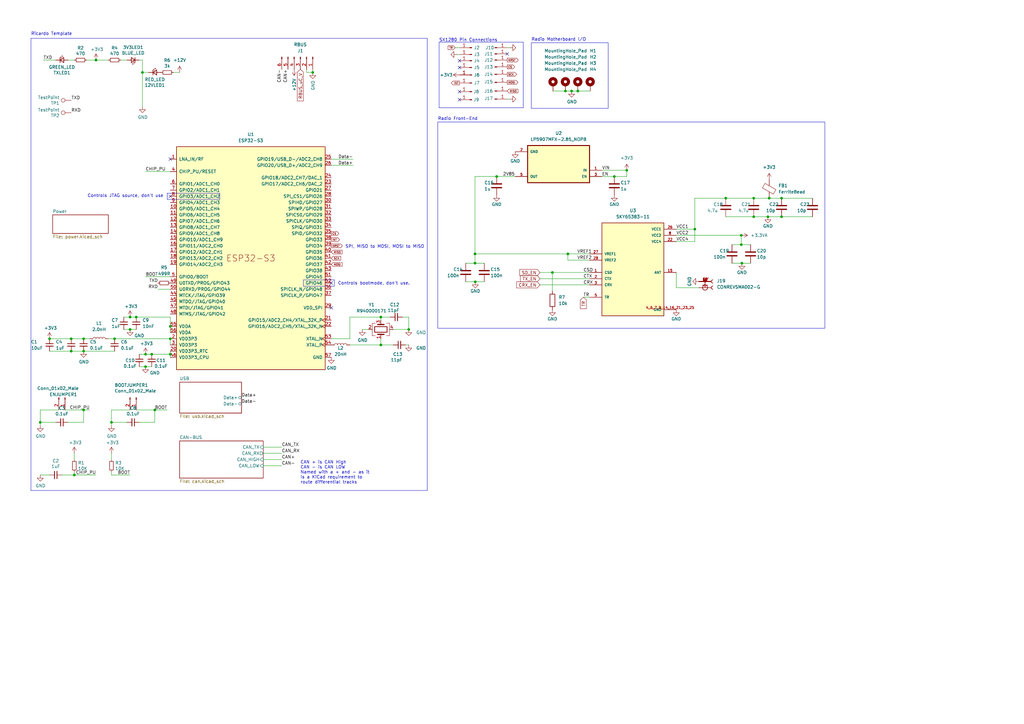
<source format=kicad_sch>
(kicad_sch (version 20230121) (generator eeschema)
  (paper "A3")
  (lib_symbols
    (symbol "CONREVSMA002-G:CONREVSMA002-G" (pin_names (offset 1.016))
      (property "Reference" "J" (at -3.81 1.524 0))
      (property "Value" "CONREVSMA002-G" (at -4.064 -6.858 0))
      (symbol "CONREVSMA002-G_0_0"
        (pin passive line (at 2.54 0 180) (length 5.08) (name "~") (number "1"))
        (pin passive line (at 2.54 -2.54 180) (length 5.08) (name "~") (number "S1"))
        (pin passive line (at 2.54 -2.54 180) (length 5.08) (name "~") (number "S2"))
        (pin passive line (at 2.54 -2.54 180) (length 5.08) (name "~") (number "S3"))
        (pin passive line (at 2.54 -2.54 180) (length 5.08) (name "~") (number "S4"))
      )
    )
    (symbol "Connector:Conn_01x01_Pin" (pin_names (offset 1.016) hide)
      (property "Reference" "J" (at 0 2.54 0))
      (property "Value" "Conn_01x01_Pin" (at 0 -2.54 0))
      (symbol "Conn_01x01_Pin_1_1"
        (pin passive line (at 5.08 0 180) (length 3.81) (name "Pin_1") (number "1"))
      )
    )
    (symbol "Connector:Conn_01x02_Male" (pin_names (offset 1.016) hide)
      (property "Reference" "J" (at 0 2.54 0))
      (property "Value" "Conn_01x02_Male" (at 0 -5.08 0))
      (symbol "Conn_01x02_Male_1_1"
        (pin passive line (at 5.08 0 180) (length 3.81) (name "Pin_1") (number "1"))
        (pin passive line (at 5.08 -2.54 180) (length 3.81) (name "Pin_2") (number "2"))
      )
    )
    (symbol "Connector:Conn_01x06_Male" (pin_names (offset 1.016) hide)
      (property "Reference" "J" (at 0 7.62 0))
      (property "Value" "Conn_01x06_Male" (at 0 -10.16 0))
      (symbol "Conn_01x06_Male_1_1"
        (pin passive line (at 5.08 5.08 180) (length 3.81) (name "Pin_1") (number "1"))
        (pin passive line (at 5.08 2.54 180) (length 3.81) (name "Pin_2") (number "2"))
        (pin passive line (at 5.08 0 180) (length 3.81) (name "Pin_3") (number "3"))
        (pin passive line (at 5.08 -2.54 180) (length 3.81) (name "Pin_4") (number "4"))
        (pin passive line (at 5.08 -5.08 180) (length 3.81) (name "Pin_5") (number "5"))
        (pin passive line (at 5.08 -7.62 180) (length 3.81) (name "Pin_6") (number "6"))
      )
    )
    (symbol "Connector:TestPoint" (pin_numbers hide) (pin_names (offset 0.762) hide)
      (property "Reference" "TP" (at 0 6.858 0))
      (property "Value" "TestPoint" (at 0 5.08 0))
      (symbol "TestPoint_1_1"
        (pin passive line (at 0 0 90) (length 2.54) (name "1") (number "1"))
      )
    )
    (symbol "Device:C" (pin_numbers hide) (pin_names (offset 0.254))
      (property "Reference" "C" (at 0.635 2.54 0))
      (property "Value" "C" (at 0.635 -2.54 0))
      (symbol "C_1_1"
        (pin passive line (at 0 3.81 270) (length 2.794) (name "~") (number "1"))
        (pin passive line (at 0 -3.81 90) (length 2.794) (name "~") (number "2"))
      )
    )
    (symbol "Device:C_Small" (pin_numbers hide) (pin_names (offset 0.254) hide)
      (property "Reference" "C" (at 0.254 1.778 0))
      (property "Value" "C_Small" (at 0.254 -2.032 0))
      (symbol "C_Small_1_1"
        (pin passive line (at 0 2.54 270) (length 2.032) (name "~") (number "1"))
        (pin passive line (at 0 -2.54 90) (length 2.032) (name "~") (number "2"))
      )
    )
    (symbol "Device:Crystal_GND24" (pin_names (offset 1.016) hide)
      (property "Reference" "Y" (at 3.175 5.08 0))
      (property "Value" "Crystal_GND24" (at 3.175 3.175 0))
      (symbol "Crystal_GND24_1_1"
        (pin passive line (at -3.81 0 0) (length 1.27) (name "1") (number "1"))
        (pin passive line (at 0 5.08 270) (length 1.27) (name "2") (number "2"))
        (pin passive line (at 3.81 0 180) (length 1.27) (name "3") (number "3"))
        (pin passive line (at 0 -5.08 90) (length 1.27) (name "4") (number "4"))
      )
    )
    (symbol "Device:FerriteBead" (pin_numbers hide) (pin_names (offset 0))
      (property "Reference" "FB" (at -3.81 0.635 90))
      (property "Value" "FerriteBead" (at 3.81 0 90))
      (symbol "FerriteBead_1_1"
        (pin passive line (at 0 3.81 270) (length 2.54) (name "~") (number "1"))
        (pin passive line (at 0 -3.81 90) (length 2.54) (name "~") (number "2"))
      )
    )
    (symbol "Device:L" (pin_numbers hide) (pin_names (offset 1.016) hide)
      (property "Reference" "L" (at -1.27 0 90))
      (property "Value" "L" (at 1.905 0 90))
      (symbol "L_1_1"
        (pin passive line (at 0 3.81 270) (length 1.27) (name "1") (number "1"))
        (pin passive line (at 0 -3.81 90) (length 1.27) (name "2") (number "2"))
      )
    )
    (symbol "Device:LED_Small" (pin_numbers hide) (pin_names (offset 0.254) hide)
      (property "Reference" "D" (at -1.27 3.175 0))
      (property "Value" "LED_Small" (at -4.445 -2.54 0))
      (symbol "LED_Small_1_1"
        (pin passive line (at -2.54 0 0) (length 1.778) (name "K") (number "1"))
        (pin passive line (at 2.54 0 180) (length 1.778) (name "A") (number "2"))
      )
    )
    (symbol "Device:R" (pin_numbers hide) (pin_names (offset 0))
      (property "Reference" "R" (at 2.032 0 90))
      (property "Value" "R" (at 0 0 90))
      (symbol "R_1_1"
        (pin passive line (at 0 3.81 270) (length 1.27) (name "~") (number "1"))
        (pin passive line (at 0 -3.81 90) (length 1.27) (name "~") (number "2"))
      )
    )
    (symbol "Device:R_Small" (pin_numbers hide) (pin_names (offset 0.254) hide)
      (property "Reference" "R" (at 0.762 0.508 0))
      (property "Value" "R_Small" (at 0.762 -1.016 0))
      (symbol "R_Small_1_1"
        (pin passive line (at 0 2.54 270) (length 0.762) (name "~") (number "1"))
        (pin passive line (at 0 -2.54 90) (length 0.762) (name "~") (number "2"))
      )
    )
    (symbol "Espressif:ESP32-S3" (pin_names (offset 1.016))
      (property "Reference" "U" (at 0 48.26 0))
      (property "Value" "ESP32-S3" (at 0 -48.26 0))
      (symbol "ESP32-S3_0_0"
        (text "ESP32-S3" (at 0 0 0) (effects (font (size 2.54 2.54))))
        (pin bidirectional line (at 33.02 -12.7 180) (length 2.54) (name "SPICLK_N/GPIO48") (number "36"))
        (pin bidirectional line (at 33.02 -15.24 180) (length 2.54) (name "SPICLK_P/GPIO47") (number "37"))
      )
      (symbol "ESP32-S3_1_1"
        (pin bidirectional line (at -33.02 40.64 0) (length 2.54) (name "LNA_IN/RF") (number "1"))
        (pin bidirectional line (at -33.02 20.32 0) (length 2.54) (name "GPIO5/ADC1_CH4") (number "10"))
        (pin bidirectional line (at -33.02 17.78 0) (length 2.54) (name "GPIO6/ADC1_CH5") (number "11"))
        (pin bidirectional line (at -33.02 15.24 0) (length 2.54) (name "GPIO7/ADC1_CH6") (number "12"))
        (pin bidirectional line (at -33.02 12.7 0) (length 2.54) (name "GPIO8/ADC1_CH7") (number "13"))
        (pin bidirectional line (at -33.02 10.16 0) (length 2.54) (name "GPIO9/ADC1_CH8") (number "14"))
        (pin bidirectional line (at -33.02 7.62 0) (length 2.54) (name "GPIO10/ADC1_CH9") (number "15"))
        (pin bidirectional line (at -33.02 5.08 0) (length 2.54) (name "GPIO11/ADC2_CH0") (number "16"))
        (pin bidirectional line (at -33.02 2.54 0) (length 2.54) (name "GPIO12/ADC2_CH1") (number "17"))
        (pin bidirectional line (at -33.02 0 0) (length 2.54) (name "GPIO13/ADC2_CH2") (number "18"))
        (pin bidirectional line (at -33.02 -2.54 0) (length 2.54) (name "GPIO14/ADC2_CH3") (number "19"))
        (pin power_in line (at -33.02 -33.02 0) (length 2.54) (name "VDD3P3") (number "2"))
        (pin power_in line (at -33.02 -38.1 0) (length 2.54) (name "VDD3P3_RTC") (number "20"))
        (pin input clock (at 33.02 -25.4 180) (length 2.54) (name "GPIO15/ADC2_CH4/XTAL_32K_P") (number "21"))
        (pin output clock (at 33.02 -27.94 180) (length 2.54) (name "GPIO16/ADC2_CH5/XTAL_32K_N") (number "22"))
        (pin bidirectional line (at 33.02 30.48 180) (length 2.54) (name "GPIO17/ADC2_CH6/DAC_2") (number "23"))
        (pin bidirectional line (at 33.02 33.02 180) (length 2.54) (name "GPIO18/ADC2_CH7/DAC_1") (number "24"))
        (pin bidirectional line (at 33.02 40.64 180) (length 2.54) (name "GPIO19/USB_D-/ADC2_CH8") (number "25"))
        (pin bidirectional line (at 33.02 38.1 180) (length 2.54) (name "GPIO20/USB_D+/ADC2_CH9") (number "26"))
        (pin bidirectional line (at 33.02 27.94 180) (length 2.54) (name "GPIO21") (number "27"))
        (pin bidirectional line (at 33.02 25.4 180) (length 2.54) (name "SPI_CS1/GPIO26") (number "28"))
        (pin power_out line (at 33.02 -20.32 180) (length 2.54) (name "VDD_SPI") (number "29"))
        (pin power_in line (at -33.02 -35.56 0) (length 2.54) (name "VDD3P3") (number "3"))
        (pin bidirectional line (at 33.02 22.86 180) (length 2.54) (name "SPIHD/GPIO27") (number "30"))
        (pin bidirectional line (at 33.02 20.32 180) (length 2.54) (name "SPIWP/GPIO28") (number "31"))
        (pin bidirectional line (at 33.02 17.78 180) (length 2.54) (name "SPICS0/GPIO29") (number "32"))
        (pin bidirectional line (at 33.02 15.24 180) (length 2.54) (name "SPICLK/GPIO30") (number "33"))
        (pin bidirectional line (at 33.02 12.7 180) (length 2.54) (name "SPIQ/GPIO31") (number "34"))
        (pin bidirectional line (at 33.02 10.16 180) (length 2.54) (name "SPID/GPIO32") (number "35"))
        (pin bidirectional line (at 33.02 7.62 180) (length 2.54) (name "GPIO33") (number "38"))
        (pin bidirectional line (at 33.02 5.08 180) (length 2.54) (name "GPIO34") (number "39"))
        (pin input line (at -33.02 35.56 0) (length 2.54) (name "CHIP_PU/RESET") (number "4"))
        (pin bidirectional line (at 33.02 2.54 180) (length 2.54) (name "GPIO35") (number "40"))
        (pin bidirectional line (at 33.02 0 180) (length 2.54) (name "GPIO36") (number "41"))
        (pin bidirectional line (at 33.02 -2.54 180) (length 2.54) (name "GPIO37") (number "42"))
        (pin bidirectional line (at 33.02 -5.08 180) (length 2.54) (name "GPIO38") (number "43"))
        (pin bidirectional line (at -33.02 -15.24 0) (length 2.54) (name "MTCK/JTAG/GPIO39") (number "44"))
        (pin bidirectional line (at -33.02 -17.78 0) (length 2.54) (name "MTDO/JTAG/GPIO40") (number "45"))
        (pin power_in line (at -33.02 -40.64 0) (length 2.54) (name "VDD3P3_CPU") (number "46"))
        (pin bidirectional line (at -33.02 -20.32 0) (length 2.54) (name "MTDI/JTAG/GPIO41") (number "47"))
        (pin bidirectional line (at -33.02 -22.86 0) (length 2.54) (name "MTMS/JTAG/GPIO42") (number "48"))
        (pin bidirectional line (at -33.02 -10.16 0) (length 2.54) (name "U0TXD/PROG/GPIO43") (number "49"))
        (pin bidirectional line (at -33.02 -7.62 0) (length 2.54) (name "GPIO0/BOOT") (number "5"))
        (pin bidirectional line (at -33.02 -12.7 0) (length 2.54) (name "U0RXD/PROG/GPIO44") (number "50"))
        (pin bidirectional line (at 33.02 -7.62 180) (length 2.54) (name "GPIO45") (number "51"))
        (pin bidirectional line (at 33.02 -10.16 180) (length 2.54) (name "GPIO46") (number "52"))
        (pin input clock (at 33.02 -33.02 180) (length 2.54) (name "XTAL_N") (number "53"))
        (pin output clock (at 33.02 -35.56 180) (length 2.54) (name "XTAL_P") (number "54"))
        (pin power_in line (at -33.02 -27.94 0) (length 2.54) (name "VDDA") (number "55"))
        (pin power_in line (at -33.02 -30.48 0) (length 2.54) (name "VDDA") (number "56"))
        (pin power_in line (at 33.02 -40.64 180) (length 2.54) (name "GND") (number "57"))
        (pin bidirectional line (at -33.02 30.48 0) (length 2.54) (name "GPIO1/ADC1_CH0") (number "6"))
        (pin bidirectional line (at -33.02 27.94 0) (length 2.54) (name "GPIO2/ADC1_CH1") (number "7"))
        (pin bidirectional line (at -33.02 25.4 0) (length 2.54) (name "GPIO3/ADC1_CH2") (number "8"))
        (pin bidirectional line (at -33.02 22.86 0) (length 2.54) (name "GPIO4/ADC1_CH3") (number "9"))
      )
    )
    (symbol "GND_1" (power) (pin_names (offset 0))
      (property "Value" "GND_1" (at 0 -3.81 0))
      (symbol "GND_1_1_1"
        (pin power_in line (at 0 0 270) (length 0) hide (name "GND") (number "1"))
      )
    )
    (symbol "LP5907MFX-2.85_NOPB:LP5907MFX-2.85_NOPB" (pin_names (offset 1.016))
      (property "Reference" "U" (at -12.7 8.62 0))
      (property "Value" "LP5907MFX-2.85_NOPB" (at -12.7 -11.62 0))
      (symbol "LP5907MFX-2.85_NOPB_0_0"
        (pin input line (at -17.78 2.54 0) (length 5.08) (name "IN") (number "1"))
        (pin power_in line (at 17.78 -5.08 180) (length 5.08) (name "GND") (number "2"))
        (pin input line (at -17.78 5.08 0) (length 5.08) (name "EN") (number "3"))
        (pin output line (at 17.78 5.08 180) (length 5.08) (name "OUT") (number "5"))
      )
    )
    (symbol "Mechanical:MountingHole_Pad" (pin_numbers hide) (pin_names (offset 1.016) hide)
      (property "Reference" "H" (at 0 6.35 0))
      (property "Value" "MountingHole_Pad" (at 0 4.445 0))
      (symbol "MountingHole_Pad_1_1"
        (pin input line (at 0 -2.54 90) (length 2.54) (name "1") (number "1"))
      )
    )
    (symbol "SKY65383-11:SKY65383-11" (pin_names (offset 1.016))
      (property "Reference" "U" (at -12.7 18.542 0))
      (property "Value" "SKY65383-11" (at -12.7 -22.86 0))
      (symbol "SKY65383-11_0_0"
        (pin input line (at -17.78 -2.54 0) (length 5.08) (name "CSD") (number "1"))
        (pin bidirectional line (at 17.78 -2.54 180) (length 5.08) (name "ANT") (number "15"))
        (pin input line (at -17.78 -5.08 0) (length 5.08) (name "CTX") (number "2"))
        (pin power_in line (at 17.78 10.16 180) (length 5.08) (name "VCC4") (number "22"))
        (pin power_in line (at 17.78 15.24 180) (length 5.08) (name "VCC1") (number "26"))
        (pin input line (at -17.78 5.08 0) (length 5.08) (name "VREF1") (number "27"))
        (pin input line (at -17.78 2.54 0) (length 5.08) (name "VREF2") (number "28"))
        (pin input line (at -17.78 -7.62 0) (length 5.08) (name "CRX") (number "3"))
        (pin power_in line (at 17.78 -17.78 180) (length 5.08) (name "GND") (number "4_6_7_9_14_16_21_23_25"))
        (pin bidirectional line (at -17.78 -12.7 0) (length 5.08) (name "TR") (number "5"))
        (pin power_in line (at 17.78 12.7 180) (length 5.08) (name "VCC2") (number "8"))
      )
    )
    (symbol "power:+12V" (power) (pin_names (offset 0))
      (property "Value" "+12V" (at 0 3.556 0))
      (symbol "+12V_1_1"
        (pin power_in line (at 0 0 90) (length 0) hide (name "+12V") (number "1"))
      )
    )
    (symbol "power:+3.3V" (power) (pin_names (offset 0))
      (property "Value" "+3.3V" (at 0 3.556 0))
      (symbol "+3.3V_1_1"
        (pin power_in line (at 0 0 90) (length 0) hide (name "+3V3") (number "1"))
      )
    )
    (symbol "power:+3.3VA" (power) (pin_names (offset 0))
      (property "Value" "+3.3VA" (at 0 3.556 0))
      (symbol "+3.3VA_1_1"
        (pin power_in line (at 0 0 90) (length 0) hide (name "+3.3VA") (number "1"))
      )
    )
    (symbol "power:+3V3" (power) (pin_names (offset 0))
      (property "Value" "+3V3" (at 0 3.556 0))
      (symbol "+3V3_1_1"
        (pin power_in line (at 0 0 90) (length 0) hide (name "+3V3") (number "1"))
      )
    )
    (symbol "power:GND" (power) (pin_names (offset 0))
      (property "Value" "GND" (at 0 -3.81 0))
      (symbol "GND_1_1"
        (pin power_in line (at 0 0 270) (length 0) hide (name "GND") (number "1"))
      )
    )
  )
  (junction (at 39.37 24.638))
  (junction (at 59.69 145.288))
  (junction (at 226.568 111.76))
  (junction (at 194.818 107.95))
  (junction (at 53.34 130.048))
  (junction (at 58.42 29.718))
  (junction (at 309.118 88.9))
  (junction (at 284.988 93.98))
  (junction (at 304.038 96.52))
  (junction (at 30.48 194.818))
  (junction (at 251.968 72.39))
  (junction (at 297.688 81.28))
  (junction (at 69.85 145.288))
  (junction (at 320.548 81.28))
  (junction (at 55.88 130.048))
  (junction (at 63.5 168.148))
  (junction (at 59.69 150.368))
  (junction (at 62.23 145.288))
  (junction (at 34.29 138.938))
  (junction (at 304.038 100.33))
  (junction (at 20.32 138.938))
  (junction (at 45.72 173.228))
  (junction (at 304.292 107.95))
  (junction (at 309.118 81.28))
  (junction (at 315.468 81.28))
  (junction (at 29.21 138.938))
  (junction (at 34.29 144.018))
  (junction (at 156.21 130.048))
  (junction (at 236.982 37.338))
  (junction (at 53.34 135.128))
  (junction (at 156.21 141.478))
  (junction (at 69.85 133.858))
  (junction (at 29.21 144.018))
  (junction (at 16.51 173.228))
  (junction (at 320.548 88.9))
  (junction (at 314.96 88.9))
  (junction (at 257.048 69.85))
  (junction (at 203.708 72.39))
  (junction (at 194.945 115.57))
  (junction (at 234.442 37.338))
  (junction (at 231.902 37.338))
  (junction (at 167.64 135.128))
  (junction (at 194.818 104.14))
  (junction (at 46.99 138.938))
  (junction (at 128.27 29.718))
  (junction (at 34.29 168.148))
  (junction (at 69.85 138.938))
  (junction (at 232.918 104.14))
  (no_connect (at 188.468 37.592))
  (no_connect (at 69.85 80.518))
  (no_connect (at 188.468 24.892))
  (no_connect (at 188.468 27.686))
  (no_connect (at 69.85 65.278))
  (no_connect (at 135.89 116.078))
  (no_connect (at 135.89 126.238))
  (no_connect (at 208.026 22.098))
  (no_connect (at 188.468 40.894))
  (wire (pts (xy 30.48 194.818) (xy 30.48 193.548)))
  (wire (pts (xy 135.89 65.278) (xy 144.78 65.278)))
  (wire (pts (xy 69.85 138.938) (xy 69.85 141.478)))
  (wire (pts (xy 232.918 104.14) (xy 241.808 104.14)))
  (polyline (pts (xy 90.17 81.788) (xy 68.58 81.788)))
  (wire (pts (xy 63.5 173.228) (xy 63.5 168.148)))
  (wire (pts (xy 191.008 115.57) (xy 194.945 115.57)))
  (polyline (pts (xy 68.58 79.248) (xy 68.58 81.788)))
  (wire (pts (xy 60.96 29.718) (xy 58.42 29.718)))
  (wire (pts (xy 16.51 194.818) (xy 20.32 194.818)))
  (wire (pts (xy 107.95 183.388) (xy 115.57 183.388)))
  (wire (pts (xy 128.27 28.448) (xy 128.27 29.718)))
  (wire (pts (xy 309.118 88.9) (xy 314.96 88.9)))
  (wire (pts (xy 160.02 130.048) (xy 156.21 130.048)))
  (wire (pts (xy 45.72 168.148) (xy 53.34 168.148)))
  (wire (pts (xy 125.73 29.718) (xy 128.27 29.718)))
  (wire (pts (xy 297.688 81.28) (xy 284.988 81.28)))
  (wire (pts (xy 58.42 24.638) (xy 57.15 24.638)))
  (wire (pts (xy 208.026 40.64) (xy 209.042 40.64)))
  (wire (pts (xy 29.21 138.938) (xy 34.29 138.938)))
  (wire (pts (xy 143.51 141.478) (xy 156.21 141.478)))
  (wire (pts (xy 59.69 113.538) (xy 69.85 113.538)))
  (polyline (pts (xy 12.7 15.748) (xy 12.7 201.168)))
  (wire (pts (xy 231.902 37.338) (xy 226.822 37.338)))
  (wire (pts (xy 16.51 173.228) (xy 16.51 174.498)))
  (wire (pts (xy 57.15 173.228) (xy 63.5 173.228)))
  (polyline (pts (xy 137.16 114.808) (xy 137.16 117.348)))
  (wire (pts (xy 68.58 168.148) (xy 63.5 168.148)))
  (wire (pts (xy 277.368 96.52) (xy 304.038 96.52)))
  (wire (pts (xy 27.94 24.638) (xy 30.48 24.638)))
  (wire (pts (xy 194.818 72.39) (xy 194.818 104.14)))
  (wire (pts (xy 16.51 168.148) (xy 16.51 173.228)))
  (wire (pts (xy 277.368 111.76) (xy 277.368 117.983)))
  (wire (pts (xy 161.29 135.128) (xy 167.64 135.128)))
  (wire (pts (xy 30.48 185.928) (xy 30.48 188.468)))
  (wire (pts (xy 57.15 150.368) (xy 59.69 150.368)))
  (polyline (pts (xy 68.58 79.248) (xy 90.17 79.248)))
  (wire (pts (xy 34.29 138.938) (xy 36.83 138.938)))
  (wire (pts (xy 69.85 145.288) (xy 69.85 146.558)))
  (wire (pts (xy 221.488 116.84) (xy 241.808 116.84)))
  (wire (pts (xy 309.118 81.28) (xy 315.468 81.28)))
  (wire (pts (xy 62.23 145.288) (xy 69.85 145.288)))
  (wire (pts (xy 64.77 118.618) (xy 69.85 118.618)))
  (wire (pts (xy 53.34 135.128) (xy 55.88 135.128)))
  (wire (pts (xy 246.888 69.85) (xy 257.048 69.85)))
  (wire (pts (xy 143.51 138.938) (xy 143.51 130.048)))
  (wire (pts (xy 156.21 130.048) (xy 156.21 131.318)))
  (wire (pts (xy 34.29 168.148) (xy 36.83 168.148)))
  (wire (pts (xy 194.818 104.14) (xy 232.918 104.14)))
  (wire (pts (xy 50.8 135.128) (xy 53.34 135.128)))
  (polyline (pts (xy 124.46 114.808) (xy 124.46 117.348)))
  (polyline (pts (xy 12.7 15.748) (xy 175.26 15.748)))
  (wire (pts (xy 284.988 93.98) (xy 284.988 99.06)))
  (wire (pts (xy 44.45 138.938) (xy 46.99 138.938)))
  (wire (pts (xy 300.228 100.33) (xy 304.038 100.33)))
  (wire (pts (xy 69.85 133.858) (xy 69.85 136.398)))
  (wire (pts (xy 22.86 173.228) (xy 16.51 173.228)))
  (wire (pts (xy 300.228 107.95) (xy 304.292 107.95)))
  (wire (pts (xy 50.8 130.048) (xy 53.34 130.048)))
  (wire (pts (xy 17.78 24.638) (xy 22.86 24.638)))
  (wire (pts (xy 52.07 173.228) (xy 45.72 173.228)))
  (wire (pts (xy 277.368 117.983) (xy 286.639 117.983)))
  (wire (pts (xy 242.062 37.338) (xy 236.982 37.338)))
  (wire (pts (xy 191.008 107.95) (xy 194.818 107.95)))
  (wire (pts (xy 29.21 144.018) (xy 34.29 144.018)))
  (wire (pts (xy 35.56 24.638) (xy 39.37 24.638)))
  (wire (pts (xy 55.88 130.048) (xy 69.85 130.048)))
  (wire (pts (xy 186.69 19.558) (xy 188.468 19.558)))
  (wire (pts (xy 107.95 191.008) (xy 115.57 191.008)))
  (wire (pts (xy 107.95 185.928) (xy 115.57 185.928)))
  (wire (pts (xy 69.85 130.048) (xy 69.85 133.858)))
  (polyline (pts (xy 137.16 117.348) (xy 124.46 117.348)))
  (wire (pts (xy 188.468 22.352) (xy 187.452 22.352)))
  (wire (pts (xy 55.88 168.148) (xy 63.5 168.148)))
  (wire (pts (xy 125.73 28.448) (xy 125.73 29.718)))
  (wire (pts (xy 25.4 194.818) (xy 30.48 194.818)))
  (wire (pts (xy 236.982 37.338) (xy 234.442 37.338)))
  (wire (pts (xy 135.89 138.938) (xy 143.51 138.938)))
  (wire (pts (xy 45.72 173.228) (xy 45.72 174.498)))
  (wire (pts (xy 284.988 81.28) (xy 284.988 93.98)))
  (wire (pts (xy 221.488 114.3) (xy 241.808 114.3)))
  (wire (pts (xy 45.72 194.818) (xy 45.72 193.548)))
  (wire (pts (xy 49.53 24.638) (xy 52.07 24.638)))
  (wire (pts (xy 239.268 121.92) (xy 241.808 121.92)))
  (wire (pts (xy 148.59 135.128) (xy 151.13 135.128)))
  (wire (pts (xy 257.048 69.85) (xy 257.048 72.39)))
  (wire (pts (xy 203.708 72.39) (xy 211.328 72.39)))
  (wire (pts (xy 58.42 24.638) (xy 58.42 29.718)))
  (wire (pts (xy 277.368 93.98) (xy 284.988 93.98)))
  (wire (pts (xy 251.968 72.39) (xy 257.048 72.39)))
  (wire (pts (xy 161.29 141.478) (xy 156.21 141.478)))
  (wire (pts (xy 194.818 107.95) (xy 198.628 107.95)))
  (wire (pts (xy 59.69 70.358) (xy 69.85 70.358)))
  (wire (pts (xy 194.818 72.39) (xy 203.708 72.39)))
  (wire (pts (xy 297.688 88.9) (xy 309.118 88.9)))
  (wire (pts (xy 53.34 194.818) (xy 45.72 194.818)))
  (wire (pts (xy 246.888 72.39) (xy 251.968 72.39)))
  (wire (pts (xy 304.038 100.33) (xy 307.848 100.33)))
  (wire (pts (xy 58.42 29.718) (xy 58.42 43.688)))
  (wire (pts (xy 156.21 138.938) (xy 156.21 141.478)))
  (wire (pts (xy 34.29 173.228) (xy 34.29 168.148)))
  (wire (pts (xy 194.818 104.14) (xy 194.818 107.95)))
  (polyline (pts (xy 90.17 79.248) (xy 90.17 81.788)))
  (wire (pts (xy 208.026 19.558) (xy 209.042 19.558)))
  (wire (pts (xy 226.568 111.76) (xy 241.808 111.76)))
  (wire (pts (xy 143.51 130.048) (xy 156.21 130.048)))
  (wire (pts (xy 167.64 141.478) (xy 166.37 141.478)))
  (wire (pts (xy 277.368 99.06) (xy 284.988 99.06)))
  (wire (pts (xy 20.32 138.938) (xy 29.21 138.938)))
  (wire (pts (xy 232.918 104.14) (xy 232.918 106.68)))
  (wire (pts (xy 167.64 130.048) (xy 167.64 135.128)))
  (wire (pts (xy 194.945 115.57) (xy 198.628 115.57)))
  (wire (pts (xy 39.37 24.638) (xy 44.45 24.638)))
  (polyline (pts (xy 124.46 114.808) (xy 137.16 114.808)))
  (wire (pts (xy 59.69 150.368) (xy 62.23 150.368)))
  (wire (pts (xy 297.688 81.28) (xy 309.118 81.28)))
  (wire (pts (xy 30.48 194.818) (xy 39.37 194.818)))
  (wire (pts (xy 234.442 37.338) (xy 231.902 37.338)))
  (wire (pts (xy 107.95 188.468) (xy 115.57 188.468)))
  (wire (pts (xy 53.34 130.048) (xy 55.88 130.048)))
  (wire (pts (xy 221.488 111.76) (xy 226.568 111.76)))
  (wire (pts (xy 73.66 29.718) (xy 71.12 29.718)))
  (wire (pts (xy 232.918 106.68) (xy 241.808 106.68)))
  (wire (pts (xy 46.99 138.938) (xy 69.85 138.938)))
  (wire (pts (xy 320.548 88.9) (xy 333.248 88.9)))
  (polyline (pts (xy 175.26 15.748) (xy 175.26 201.168)))
  (wire (pts (xy 34.29 144.018) (xy 46.99 144.018)))
  (wire (pts (xy 315.468 81.28) (xy 320.548 81.28)))
  (wire (pts (xy 135.89 67.818) (xy 144.78 67.818)))
  (wire (pts (xy 27.94 173.228) (xy 34.29 173.228)))
  (wire (pts (xy 45.72 168.148) (xy 45.72 173.228)))
  (wire (pts (xy 304.038 96.52) (xy 304.038 100.33)))
  (wire (pts (xy 226.568 111.76) (xy 226.568 119.38)))
  (wire (pts (xy 59.69 145.288) (xy 62.23 145.288)))
  (wire (pts (xy 57.15 145.288) (xy 59.69 145.288)))
  (wire (pts (xy 314.96 88.9) (xy 320.548 88.9)))
  (wire (pts (xy 20.32 144.018) (xy 29.21 144.018)))
  (wire (pts (xy 69.85 145.288) (xy 69.85 144.018)))
  (wire (pts (xy 167.64 130.048) (xy 165.1 130.048)))
  (wire (pts (xy 26.67 168.148) (xy 34.29 168.148)))
  (wire (pts (xy 45.72 185.928) (xy 45.72 188.468)))
  (wire (pts (xy 16.51 168.148) (xy 24.13 168.148)))
  (wire (pts (xy 320.548 81.28) (xy 333.248 81.28)))
  (wire (pts (xy 304.292 107.95) (xy 307.848 107.95)))
  (polyline (pts (xy 175.26 201.168) (xy 12.7 201.168)))
  (rectangle (start 217.932 17.526) (end 249.428 44.45))
  (rectangle (start 180.086 17.272) (end 214.63 44.196))
  (rectangle (start 179.578 50.038) (end 338.328 134.62))
  (text "Controls bootmode, don't use.\n" (at 138.5894 117.0237 0) (effects (font (size 1.27 1.27)) (justify left bottom)))
  (text "Ricardo Template\n\n\n" (at 12.7 18.796 0) (effects (font (size 1.27 1.27)) (justify left bottom)))
  (text "CAN + is CAN High\nCAN - is CAN LOW\nNamed with a + and - as it\nis a KiCad requirement to\nroute differential tracks\n" (at 123.19 198.628 0) (effects (font (size 1.27 1.27)) (justify left bottom)))
  (text "Radio Front-End" (at 179.578 49.53 0) (effects (font (size 1.27 1.27)) (justify left bottom)))
  (text "Controls JTAG source, don't use\n" (at 67.0857 81.1358 0) (effects (font (size 1.27 1.27)) (justify right bottom)))
  (text "SPI, MISO to MOSI, MOSI to MISO\n\n" (at 141.605 104.013 0) (effects (font (size 1.27 1.27)) (justify left bottom)))
  (text "Radio Motherboard I/O\n" (at 217.932 17.018 0) (effects (font (size 1.27 1.27)) (justify left bottom)))
  (text "SX1280 Pin Connections\n" (at 180.086 17.272 0) (effects (font (size 1.27 1.27)) (justify left bottom)))
  (label "CHIP_PU" (at 36.83 168.148 180))
  (label "2V85" (at 206.248 72.39 0))
  (label "CAN+" (at 115.57 188.468 0))
  (label "EN" (at 246.888 72.39 0))
  (label "Data+" (at 99.06 163.068 0))
  (label "RXD" (at 29.21 46.228 0))
  (label "VIN" (at 246.888 69.85 0))
  (label "Data-" (at 99.06 165.608 0))
  (label "BOOT" (at 53.34 194.818 180))
  (label "TXD" (at 29.21 41.148 0))
  (label "CAN-" (at 115.57 28.448 270))
  (label "CAN+" (at 118.11 28.448 270))
  (label "CAN_TX" (at 115.57 183.388 0))
  (label "VREF2" (at 236.728 106.68 0))
  (label "CTX" (at 239.268 114.3 0))
  (label "VREF1" (at 236.728 104.14 0))
  (label "BOOT" (at 68.58 168.148 180))
  (label "RXD" (at 64.77 118.618 180))
  (label "BOOT" (at 59.69 113.538 0))
  (label "TXD" (at 64.77 116.078 180))
  (label "CRX" (at 239.268 116.84 0))
  (label "CHIP_PU" (at 59.69 70.358 0))
  (label "VCC1" (at 277.368 93.98 0))
  (label "CAN_RX" (at 115.57 185.928 0))
  (label "Data+" (at 144.78 67.818 180))
  (label "Data-" (at 144.78 65.278 180))
  (label "CAN-" (at 115.57 191.008 0))
  (label "TR" (at 239.268 121.92 0))
  (label "VCC2" (at 277.368 96.52 0))
  (label "TXD" (at 17.78 24.638 0))
  (label "VCC4" (at 277.368 99.06 0))
  (label "CSD" (at 239.268 111.76 0))
  (label "CHIP_PU" (at 39.37 194.818 180))
  (global_label "CS" (shape output) (at 208.026 27.432 0) (effects (font (size 0.8 0.8))) (property "Intersheetrefs" "${INTERSHEET_REFS}" (effects hide)))
  (global_label "MISO" (shape input) (at 208.026 37.338 0) (effects (font (size 0.8 0.8))) (property "Intersheetrefs" "${INTERSHEET_REFS}" (effects hide)))
  (global_label "MISO" (shape input) (at 135.89 103.378 0) (effects (font (size 0.8 0.8))) (property "Intersheetrefs" "${INTERSHEET_REFS}" (effects hide)))
  (global_label "MOSI" (shape input) (at 135.89 108.458 0) (effects (font (size 0.8 0.8))) (property "Intersheetrefs" "${INTERSHEET_REFS}" (effects hide)))
  (global_label "INT" (shape output) (at 188.468 34.036 180) (effects (font (size 0.8 0.8))) (property "Intersheetrefs" "${INTERSHEET_REFS}" (effects hide)))
  (global_label "TR" (shape input) (at 239.268 121.92 270) (property "Intersheetrefs" "${INTERSHEET_REFS}" (effects hide)))
  (global_label "SCK" (shape output) (at 208.026 30.48 0) (effects (font (size 0.8 0.8))) (property "Intersheetrefs" "${INTERSHEET_REFS}" (effects hide)))
  (global_label "MOSI" (shape output) (at 208.026 33.782 0) (effects (font (size 0.8 0.8))) (property "Intersheetrefs" "${INTERSHEET_REFS}" (effects hide)))
  (global_label "NRST" (shape output) (at 208.026 24.638 0) (effects (font (size 0.8 0.8))) (property "Intersheetrefs" "${INTERSHEET_REFS}" (effects hide)))
  (global_label "CS" (shape output) (at 135.89 95.758 0) (effects (font (size 0.8 0.8))) (property "Intersheetrefs" "${INTERSHEET_REFS}" (effects hide)))
  (global_label "CRX_EN" (shape input) (at 221.488 116.84 180) (property "Intersheetrefs" "${INTERSHEET_REFS}" (effects hide)))
  (global_label "SD_EN" (shape input) (at 221.488 111.76 180) (property "Intersheetrefs" "${INTERSHEET_REFS}" (effects hide)))
  (global_label "SCK" (shape input) (at 135.89 105.918 0) (effects (font (size 0.8 0.8))) (property "Intersheetrefs" "${INTERSHEET_REFS}" (effects hide)))
  (global_label "INT" (shape output) (at 135.89 98.298 0) (effects (font (size 0.8 0.8))) (property "Intersheetrefs" "${INTERSHEET_REFS}" (effects hide)))
  (global_label "NRST" (shape output) (at 135.89 100.838 0) (effects (font (size 0.8 0.8))) (property "Intersheetrefs" "${INTERSHEET_REFS}" (effects hide)))
  (global_label "TR" (shape input) (at 186.69 19.558 180) (effects (font (size 0.8 0.8))) (property "Intersheetrefs" "${INTERSHEET_REFS}" (effects hide)))
  (global_label "RBUS_uC_V" (shape input) (at 123.19 28.448 270) (property "Intersheetrefs" "${INTERSHEET_REFS}" (effects hide)))
  (global_label "TX_EN" (shape input) (at 221.488 114.3 180) (property "Intersheetrefs" "${INTERSHEET_REFS}" (effects hide)))
  (symbol (lib_id "power:+3.3V") (at 30.48 185.928 0) (unit 1)
    (property "Reference" "#PWR04" (effects hide))
    (property "Value" "+3.3V" (at 30.861 181.5338 0))
  )
  (symbol (lib_id "Device:R_Small") (at 30.48 191.008 0) (unit 1)
    (property "Reference" "R1" (at 31.9786 189.8396 0) (effects (justify left)))
    (property "Value" "10K" (at 31.9786 192.151 0) (effects (justify left)))
    (property "Footprint" "Resistor_SMD:R_0402_1005Metric" (effects hide))
  )
  (symbol (lib_id "Device:C_Small") (at 22.86 194.818 270) (unit 1)
    (property "Reference" "C2" (at 22.86 189.0014 90))
    (property "Value" "1uF" (at 22.86 191.3128 90))
    (property "Footprint" "Capacitor_SMD:C_0402_1005Metric" (effects hide))
  )
  (symbol (lib_id "power:GND") (at 16.51 194.818 0) (unit 1)
    (property "Reference" "#PWR02" (effects hide))
    (property "Value" "GND" (at 16.637 199.2122 0))
  )
  (symbol (lib_id "power:+3.3V") (at 45.72 185.928 0) (unit 1)
    (property "Reference" "#PWR08" (effects hide))
    (property "Value" "+3.3V" (at 46.101 181.5338 0))
  )
  (symbol (lib_id "Device:R_Small") (at 45.72 191.008 0) (unit 1)
    (property "Reference" "R3" (at 47.2186 189.8396 0) (effects (justify left)))
    (property "Value" "10K" (at 47.2186 192.151 0) (effects (justify left)))
    (property "Footprint" "Resistor_SMD:R_0402_1005Metric" (effects hide))
  )
  (symbol (lib_id "power:GND") (at 45.72 174.498 0) (unit 1)
    (property "Reference" "#PWR07" (effects hide))
    (property "Value" "GND" (at 45.847 178.8922 0))
  )
  (symbol (lib_id "Device:C_Small") (at 54.61 173.228 270) (unit 1)
    (property "Reference" "C8" (at 54.61 167.4114 90))
    (property "Value" "0.1uF" (at 54.61 169.7228 90))
    (property "Footprint" "Capacitor_SMD:C_0402_1005Metric" (effects hide))
  )
  (symbol (lib_id "power:GND") (at 16.51 174.498 0) (unit 1)
    (property "Reference" "#PWR01" (effects hide))
    (property "Value" "GND" (at 16.637 178.8922 0))
  )
  (symbol (lib_id "Device:C_Small") (at 25.4 173.228 270) (unit 1)
    (property "Reference" "C3" (at 25.4 167.4114 90))
    (property "Value" "0.1uF" (at 25.4 169.7228 90))
    (property "Footprint" "Capacitor_SMD:C_0402_1005Metric" (effects hide))
  )
  (symbol (lib_id "Device:LED_Small") (at 25.4 24.638 0) (unit 1)
    (property "Reference" "TXLED1" (at 25.4 29.845 0))
    (property "Value" "GREEN_LED" (at 25.4 27.5336 0))
    (property "Footprint" "Resistor_SMD:R_0402_1005Metric" (effects hide))
  )
  (symbol (lib_id "Device:R_Small") (at 33.02 24.638 270) (unit 1)
    (property "Reference" "R2" (at 33.02 19.6596 90))
    (property "Value" "470" (at 33.02 21.971 90))
    (property "Footprint" "Resistor_SMD:R_0402_1005Metric" (effects hide))
  )
  (symbol (lib_id "power:GND") (at 58.42 43.688 0) (unit 1)
    (property "Reference" "#PWR011" (effects hide))
    (property "Value" "GND" (at 58.547 48.0822 0))
  )
  (symbol (lib_id "power:+3.3V") (at 39.37 24.638 0) (unit 1)
    (property "Reference" "#PWR06" (effects hide))
    (property "Value" "+3.3V" (at 39.751 20.2438 0))
  )
  (symbol (lib_id "Device:LED_Small") (at 54.61 24.638 180) (unit 1)
    (property "Reference" "3V3LED1" (at 54.61 19.431 0))
    (property "Value" "BLUE_LED" (at 54.61 21.7424 0))
    (property "Footprint" "AD7150BRMZ:BEADC1608X95N" (effects hide))
  )
  (symbol (lib_id "Device:R_Small") (at 46.99 24.638 270) (unit 1)
    (property "Reference" "R4" (at 46.99 19.6596 90))
    (property "Value" "470" (at 46.99 21.971 90))
    (property "Footprint" "Resistor_SMD:R_0402_1005Metric" (effects hide))
  )
  (symbol (lib_id "Connector:Conn_01x02_Male") (at 26.67 163.068 270) (unit 1)
    (property "Reference" "ENJUMPER1" (at 20.32 161.798 90) (effects (justify left)))
    (property "Value" "Conn_01x02_Male" (at 15.24 159.258 90) (effects (justify left)))
    (property "Footprint" "Connector_PinHeader_2.54mm:PinHeader_1x02_P2.54mm_Vertical" (effects hide))
  )
  (symbol (lib_id "Connector:Conn_01x02_Male") (at 55.88 163.068 270) (unit 1)
    (property "Reference" "BOOTJUMPER1" (at 46.99 157.988 90) (effects (justify left)))
    (property "Value" "Conn_01x02_Male" (at 46.99 160.2994 90) (effects (justify left)))
    (property "Footprint" "Connector_PinHeader_2.54mm:PinHeader_1x02_P2.54mm_Vertical" (effects hide))
  )
  (symbol (lib_id "power:GND") (at 128.27 29.718 0) (unit 1)
    (property "Reference" "#PWR016" (effects hide))
    (property "Value" "GND" (at 128.397 32.9692 90) (effects (justify right)))
  )
  (symbol (lib_id "Connector:Conn_01x06_Male") (at 123.19 23.368 270) (unit 1)
    (property "Reference" "J1" (at 123.19 20.828 90))
    (property "Value" "RBUS" (at 123.19 18.288 90))
    (property "Footprint" "Connector_Molex:Molex_Mini-Fit_Jr_5566-06A_2x03_P4.20mm_Vertical" (effects hide))
  )
  (symbol (lib_id "Device:LED_Small") (at 63.5 29.718 0) (unit 1)
    (property "Reference" "12VLED1" (at 63.5 34.925 0))
    (property "Value" "RED_LED" (at 63.5 32.6136 0))
    (property "Footprint" "Resistor_SMD:R_0402_1005Metric" (effects hide))
  )
  (symbol (lib_id "Device:R_Small") (at 68.58 29.718 270) (unit 1)
    (property "Reference" "R6" (at 68.58 24.7396 90))
    (property "Value" "3k" (at 68.58 27.051 90))
    (property "Footprint" "Resistor_SMD:R_0402_1005Metric" (effects hide))
  )
  (symbol (lib_id "Device:C") (at 251.968 76.2 0) (unit 1)
    (property "Reference" "C17" (at 254.508 74.93 0) (effects (justify left)))
    (property "Value" "1u" (at 254.508 77.47 0) (effects (justify left)))
    (property "Footprint" "Capacitor_SMD:C_0402_1005Metric" (effects hide))
  )
  (symbol (lib_name "GND_1") (lib_id "power:GND") (at 211.328 62.23 0) (unit 1)
    (property "Reference" "#PWR028" (effects hide))
    (property "Value" "GND" (at 211.328 66.04 0))
  )
  (symbol (lib_id "Connector:TestPoint") (at 29.21 41.148 90) (unit 1)
    (property "Reference" "TP1" (at 24.4348 42.3164 90) (effects (justify left)))
    (property "Value" "TestPoint" (at 24.4348 40.005 90) (effects (justify left)))
    (property "Footprint" "TestPoint:TestPoint_Pad_D1.0mm" (effects hide))
  )
  (symbol (lib_id "power:GND") (at 167.64 135.128 0) (unit 1)
    (property "Reference" "#PWR019" (effects hide))
    (property "Value" "GND" (at 172.72 136.398 0))
  )
  (symbol (lib_id "Device:FerriteBead") (at 315.468 77.47 0) (unit 1)
    (property "Reference" "FB1" (at 319.278 76.1492 0) (effects (justify left)))
    (property "Value" "FerriteBead" (at 319.278 78.6892 0) (effects (justify left)))
    (property "Footprint" "AD7150BRMZ:BEADC1608X95N" (effects hide))
  )
  (symbol (lib_name "GND_1") (lib_id "power:GND") (at 286.639 115.443 270) (unit 1)
    (property "Reference" "#PWR023" (effects hide))
    (property "Value" "GND" (at 282.829 115.443 0))
  )
  (symbol (lib_id "CONREVSMA002-G:CONREVSMA002-G") (at 289.179 117.983 180) (unit 1)
    (property "Reference" "J19" (at 294.005 115.189 0) (effects (justify right)))
    (property "Value" "CONREVSMA002-G" (at 294.005 117.729 0) (effects (justify right)))
    (property "Footprint" "AD7150BRMZ:LINX_CONREVSMA002-G" (effects hide))
    (property "SnapEDA_Link" "https://www.snapeda.com/parts/CONREVSMA002-G/Linx+Technologies+Inc./view-part/?ref=snap" (effects hide))
    (property "Check_prices" "https://www.snapeda.com/parts/CONREVSMA002-G/Linx+Technologies+Inc./view-part/?ref=eda" (effects hide))
    (property "Package" "None" (effects hide))
    (property "Price" "None" (effects hide))
    (property "MF" "Linx Technologies" (effects hide))
    (property "MP" "CONREVSMA002-G" (effects hide))
    (property "Purchase-URL" "https://www.snapeda.com/api/url_track_click_mouser/?unipart_id=617557&manufacturer=Linx Technologies&part_name=CONREVSMA002-G&search_term=None" (effects hide))
    (property "Availability" "In Stock" (effects hide))
    (property "Description" "\nRP-SMA Female Right-Angle Through-Hole Mount Connector, Gold\n" (effects hide))
  )
  (symbol (lib_id "power:GND") (at 34.29 144.018 0) (unit 1)
    (property "Reference" "#PWR05" (effects hide))
    (property "Value" "GND" (at 34.417 148.4122 0))
  )
  (symbol (lib_name "GND_1") (lib_id "power:GND") (at 203.708 80.01 0) (unit 1)
    (property "Reference" "#PWR025" (effects hide))
    (property "Value" "GND" (at 203.708 83.82 0))
  )
  (symbol (lib_id "Device:C_Small") (at 55.88 132.588 0) (unit 1)
    (property "Reference" "C9" (at 58.42 131.3242 0) (effects (justify left)))
    (property "Value" "10nF" (at 58.42 133.8642 0) (effects (justify left)))
    (property "Footprint" "Capacitor_SMD:C_0402_1005Metric" (effects hide))
  )
  (symbol (lib_id "Device:C") (at 307.848 104.14 0) (unit 1)
    (property "Reference" "C20" (at 310.388 102.87 0) (effects (justify left)))
    (property "Value" "10p" (at 310.388 105.41 0) (effects (justify left)))
    (property "Footprint" "Capacitor_SMD:C_0402_1005Metric" (effects hide))
  )
  (symbol (lib_id "power:+3.3V") (at 53.34 130.048 0) (unit 1)
    (property "Reference" "#PWR09" (effects hide))
    (property "Value" "+3.3V" (at 53.721 125.6538 0))
  )
  (symbol (lib_id "Mechanical:MountingHole_Pad") (at 231.902 34.798 0) (unit 1)
    (property "Reference" "H2" (at 244.602 23.368 0) (effects (justify right)))
    (property "Value" "MountingHole_Pad" (at 240.792 25.908 0) (effects (justify right)))
    (property "Footprint" "MountingHole:MountingHole_3.2mm_M3_DIN965_Pad" (effects hide))
  )
  (symbol (lib_id "Device:C_Small") (at 50.8 132.588 0) (unit 1)
    (property "Reference" "C7" (at 45.72 131.318 0) (effects (justify left)))
    (property "Value" "1uF" (at 45.72 133.858 0) (effects (justify left)))
    (property "Footprint" "Capacitor_SMD:C_0402_1005Metric" (effects hide))
  )
  (symbol (lib_id "Device:R") (at 226.568 123.19 0) (unit 1)
    (property "Reference" "R7" (at 229.108 121.92 0) (effects (justify left)))
    (property "Value" "10k" (at 229.108 124.46 0) (effects (justify left)))
    (property "Footprint" "Resistor_SMD:R_0402_1005Metric" (effects hide))
  )
  (symbol (lib_id "power:GND") (at 209.042 19.558 90) (mirror x) (unit 1)
    (property "Reference" "#PWR026" (effects hide))
    (property "Value" "GND" (effects hide))
  )
  (symbol (lib_id "Connector:Conn_01x01_Pin") (at 202.946 37.338 0) (mirror x) (unit 1)
    (property "Reference" "J16" (at 200.406 37.338 0))
    (property "Value" "Conn_01x01_Pin" (effects hide))
    (property "Footprint" "Connector_PinHeader_1.00mm:PinHeader_1x01_P1.00mm_Vertical" (effects hide))
  )
  (symbol (lib_id "LP5907MFX-2.85_NOPB:LP5907MFX-2.85_NOPB") (at 229.108 67.31 180) (unit 1)
    (property "Reference" "U2" (at 229.108 54.61 0))
    (property "Value" "LP5907MFX-2.85_NOPB" (at 229.108 57.15 0))
    (property "Footprint" "AD7150BRMZ:SOT95P280X145-5N" (effects hide))
    (property "MF" "Texas Instruments" (effects hide))
    (property "Description" "\n250-mA, low-noise, high-PSRR, ultra-low-dropout voltage regulator with low IQ and enable\n" (effects hide))
    (property "Package" "SOT-23-5 Texas Instruments" (effects hide))
    (property "Price" "None" (effects hide))
    (property "SnapEDA_Link" "https://www.snapeda.com/parts/LP5907MFX-2.85/NOPB/Texas+Instruments/view-part/?ref=snap" (effects hide))
    (property "MP" "LP5907MFX-2.85/NOPB" (effects hide))
    (property "Purchase-URL" "https://www.snapeda.com/api/url_track_click_mouser/?unipart_id=559787&manufacturer=Texas Instruments&part_name=LP5907MFX-2.85/NOPB&search_term=lp5907mfx-2.85/nopb" (effects hide))
    (property "Availability" "In Stock" (effects hide))
    (property "Check_prices" "https://www.snapeda.com/parts/LP5907MFX-2.85/NOPB/Texas+Instruments/view-part/?ref=eda" (effects hide))
  )
  (symbol (lib_id "Device:C") (at 191.008 111.76 0) (unit 1)
    (property "Reference" "C14" (at 185.928 110.49 0) (effects (justify left)))
    (property "Value" "100n" (at 183.388 113.03 0) (effects (justify left)))
    (property "Footprint" "Capacitor_SMD:C_0402_1005Metric" (effects hide))
  )
  (symbol (lib_id "power:+12V") (at 73.66 29.718 0) (unit 1)
    (property "Reference" "#PWR014" (effects hide))
    (property "Value" "+12V" (at 73.66 24.638 0))
  )
  (symbol (lib_id "Connector:Conn_01x01_Pin") (at 202.946 27.432 0) (mirror x) (unit 1)
    (property "Reference" "J13" (at 200.406 27.432 0))
    (property "Value" "Conn_01x01_Pin" (effects hide))
    (property "Footprint" "Connector_PinHeader_1.00mm:PinHeader_1x01_P1.00mm_Vertical" (effects hide))
  )
  (symbol (lib_id "Connector:Conn_01x01_Pin") (at 193.548 40.894 0) (mirror y) (unit 1)
    (property "Reference" "J9" (at 195.326 40.894 0))
    (property "Value" "Conn_01x01_Pin" (effects hide))
    (property "Footprint" "Connector_PinHeader_1.00mm:PinHeader_1x01_P1.00mm_Vertical" (effects hide))
  )
  (symbol (lib_id "Mechanical:MountingHole_Pad") (at 242.062 34.798 0) (unit 1)
    (property "Reference" "H4" (at 244.602 28.448 0) (effects (justify right)))
    (property "Value" "MountingHole_Pad" (at 240.792 20.828 0) (effects (justify right)))
    (property "Footprint" "MountingHole:MountingHole_3.2mm_M3_DIN965_Pad" (effects hide))
  )
  (symbol (lib_id "power:GND") (at 59.69 150.368 0) (unit 1)
    (property "Reference" "#PWR013" (effects hide))
    (property "Value" "GND" (at 63.5 152.908 0))
  )
  (symbol (lib_id "Device:C") (at 297.688 85.09 0) (unit 1)
    (property "Reference" "C18" (at 292.608 83.82 0) (effects (justify left)))
    (property "Value" "4.7u" (at 290.068 86.36 0) (effects (justify left)))
    (property "Footprint" "Capacitor_SMD:C_0402_1005Metric" (effects hide))
  )
  (symbol (lib_id "Device:C") (at 309.118 85.09 0) (unit 1)
    (property "Reference" "C21" (at 304.038 83.82 0) (effects (justify left)))
    (property "Value" "4.7u" (at 302.768 86.36 0) (effects (justify left)))
    (property "Footprint" "Capacitor_SMD:C_0402_1005Metric" (effects hide))
  )
  (symbol (lib_id "power:+12V") (at 120.65 28.448 180) (unit 1)
    (property "Reference" "#PWR015" (effects hide))
    (property "Value" "+12V" (at 120.65 34.798 90))
  )
  (symbol (lib_id "power:+3V3") (at 315.468 73.66 0) (unit 1)
    (property "Reference" "#PWR037" (effects hide))
    (property "Value" "+3V3" (at 315.468 68.58 0))
  )
  (symbol (lib_id "Connector:Conn_01x01_Pin") (at 202.946 22.098 0) (mirror x) (unit 1)
    (property "Reference" "J11" (at 200.406 22.098 0))
    (property "Value" "Conn_01x01_Pin" (effects hide))
    (property "Footprint" "Connector_PinHeader_1.00mm:PinHeader_1x01_P1.00mm_Vertical" (effects hide))
  )
  (symbol (lib_name "GND_1") (lib_id "power:GND") (at 194.945 115.57 0) (unit 1)
    (property "Reference" "#PWR024" (effects hide))
    (property "Value" "GND" (at 194.945 119.38 0))
  )
  (symbol (lib_name "GND_1") (lib_id "power:GND") (at 277.368 127 0) (unit 1)
    (property "Reference" "#PWR033" (effects hide))
    (property "Value" "GND" (at 277.368 130.81 0))
  )
  (symbol (lib_id "Connector:Conn_01x01_Pin") (at 193.548 22.352 0) (mirror y) (unit 1)
    (property "Reference" "J3" (at 195.58 22.352 0))
    (property "Value" "Conn_01x01_Pin" (effects hide))
    (property "Footprint" "Connector_PinHeader_1.00mm:PinHeader_1x01_P1.00mm_Vertical" (effects hide))
  )
  (symbol (lib_id "Device:C_Small") (at 20.32 141.478 0) (unit 1)
    (property "Reference" "C1" (at 12.7 140.208 0) (effects (justify left)))
    (property "Value" "10uF" (at 12.7 142.748 0) (effects (justify left)))
    (property "Footprint" "Capacitor_SMD:C_0402_1005Metric" (effects hide))
  )
  (symbol (lib_id "Connector:Conn_01x01_Pin") (at 202.946 40.64 0) (mirror x) (unit 1)
    (property "Reference" "J17" (at 200.406 40.386 0))
    (property "Value" "Conn_01x01_Pin" (effects hide))
    (property "Footprint" "Connector_PinHeader_1.00mm:PinHeader_1x01_P1.00mm_Vertical" (effects hide))
  )
  (symbol (lib_id "Device:C_Small") (at 57.15 147.828 0) (unit 1)
    (property "Reference" "C10" (at 53.34 147.828 0))
    (property "Value" "0.1uF" (at 53.34 150.1394 0))
    (property "Footprint" "Capacitor_SMD:C_0402_1005Metric" (effects hide))
  )
  (symbol (lib_id "Device:C") (at 300.228 104.14 0) (unit 1)
    (property "Reference" "C19" (at 295.148 102.87 0) (effects (justify left)))
    (property "Value" "100n" (at 292.608 105.41 0) (effects (justify left)))
    (property "Footprint" "Capacitor_SMD:C_0402_1005Metric" (effects hide))
  )
  (symbol (lib_id "Device:C_Small") (at 163.83 141.478 90) (unit 1)
    (property "Reference" "C13" (at 165.1 145.288 90) (effects (justify left)))
    (property "Value" "11pF" (at 165.1 147.5994 90) (effects (justify left)))
    (property "Footprint" "Capacitor_SMD:C_0402_1005Metric" (effects hide))
  )
  (symbol (lib_id "power:GND") (at 167.64 141.478 0) (unit 1)
    (property "Reference" "#PWR020" (effects hide))
    (property "Value" "GND" (at 172.72 142.748 0))
  )
  (symbol (lib_id "Connector:Conn_01x01_Pin") (at 202.946 30.48 0) (mirror x) (unit 1)
    (property "Reference" "J14" (at 200.406 30.48 0))
    (property "Value" "Conn_01x01_Pin" (effects hide))
    (property "Footprint" "Connector_PinHeader_1.00mm:PinHeader_1x01_P1.00mm_Vertical" (effects hide))
  )
  (symbol (lib_id "Connector:Conn_01x01_Pin") (at 202.946 19.558 0) (mirror x) (unit 1)
    (property "Reference" "J10" (at 200.914 19.558 0))
    (property "Value" "Conn_01x01_Pin" (effects hide))
    (property "Footprint" "Connector_PinHeader_1.00mm:PinHeader_1x01_P1.00mm_Vertical" (effects hide))
  )
  (symbol (lib_id "power:+3V3") (at 257.048 69.85 0) (unit 1)
    (property "Reference" "#PWR032" (effects hide))
    (property "Value" "+3V3" (at 257.048 64.77 0))
  )
  (symbol (lib_id "Device:C_Small") (at 34.29 141.478 0) (unit 1)
    (property "Reference" "C5" (at 36.83 140.2142 0) (effects (justify left)))
    (property "Value" "0.1uF" (at 36.83 142.7542 0) (effects (justify left)))
    (property "Footprint" "Capacitor_SMD:C_0402_1005Metric" (effects hide))
  )
  (symbol (lib_id "Connector:Conn_01x01_Pin") (at 193.548 37.592 0) (mirror y) (unit 1)
    (property "Reference" "J8" (at 195.326 37.592 0))
    (property "Value" "Conn_01x01_Pin" (effects hide))
    (property "Footprint" "Connector_PinHeader_1.00mm:PinHeader_1x01_P1.00mm_Vertical" (effects hide))
  )
  (symbol (lib_id "power:GND") (at 53.34 135.128 0) (unit 1)
    (property "Reference" "#PWR010" (effects hide))
    (property "Value" "GND" (at 57.15 137.668 0))
  )
  (symbol (lib_id "power:+3V3") (at 188.468 30.734 90) (unit 1)
    (property "Reference" "#PWR022" (effects hide))
    (property "Value" "+3V3" (at 185.674 30.734 90) (effects (justify left)))
  )
  (symbol (lib_id "power:+3.3VA") (at 304.038 96.52 270) (unit 1)
    (property "Reference" "#PWR034" (effects hide))
    (property "Value" "+3.3VA" (at 307.848 96.52 90) (effects (justify left)))
  )
  (symbol (lib_id "Connector:Conn_01x01_Pin") (at 193.548 30.734 0) (mirror y) (unit 1)
    (property "Reference" "J6" (at 195.58 30.734 0))
    (property "Value" "Conn_01x01_Pin" (effects hide))
    (property "Footprint" "Connector_PinHeader_1.00mm:PinHeader_1x01_P1.00mm_Vertical" (effects hide))
  )
  (symbol (lib_id "Mechanical:MountingHole_Pad") (at 226.822 34.798 0) (unit 1)
    (property "Reference" "H1" (at 244.602 20.828 0) (effects (justify right)))
    (property "Value" "MountingHole_Pad" (at 240.792 28.448 0) (effects (justify right)))
    (property "Footprint" "MountingHole:MountingHole_3.2mm_M3_DIN965_Pad" (effects hide))
  )
  (symbol (lib_id "Device:C_Small") (at 62.23 147.828 0) (unit 1)
    (property "Reference" "C11" (at 66.04 147.828 0))
    (property "Value" "0.1uF" (at 66.04 150.1394 0))
    (property "Footprint" "Capacitor_SMD:C_0402_1005Metric" (effects hide))
  )
  (symbol (lib_name "GND_1") (lib_id "power:GND") (at 251.968 80.01 0) (unit 1)
    (property "Reference" "#PWR031" (effects hide))
    (property "Value" "GND" (at 251.968 83.82 0))
  )
  (symbol (lib_id "Device:C_Small") (at 162.56 130.048 90) (unit 1)
    (property "Reference" "C12" (at 163.83 124.968 90) (effects (justify left)))
    (property "Value" "11pF" (at 163.83 127.2794 90) (effects (justify left)))
    (property "Footprint" "Capacitor_SMD:C_0402_1005Metric" (effects hide))
  )
  (symbol (lib_id "power:GND") (at 148.59 135.128 0) (unit 1)
    (property "Reference" "#PWR018" (effects hide))
    (property "Value" "GND" (at 148.717 139.5222 0))
  )
  (symbol (lib_id "SKY65383-11:SKY65383-11") (at 259.588 109.22 0) (unit 1)
    (property "Reference" "U3" (at 259.588 86.36 0))
    (property "Value" "SKY65383-11" (at 259.588 88.9 0))
    (property "Footprint" "AD7150BRMZ:IC_SKY65383-11" (effects hide))
    (property "MF" "Skyworks Solutions" (effects hide))
    (property "MAXIMUM_PACKAGE_HEIGHT" "0.95mm" (effects hide))
    (property "Package" "SMD-28 Skyworks Solutions Inc." (effects hide))
    (property "Price" "None" (effects hide))
    (property "Check_prices" "https://www.snapeda.com/parts/SKY65383-11/Skyworks+Solutions+Inc./view-part/?ref=eda" (effects hide))
    (property "STANDARD" "Manufacturer Recommendations" (effects hide))
    (property "PARTREV" "202668G" (effects hide))
    (property "SnapEDA_Link" "https://www.snapeda.com/parts/SKY65383-11/Skyworks+Solutions+Inc./view-part/?ref=snap" (effects hide))
    (property "MP" "SKY65383-11" (effects hide))
    (property "Purchase-URL" "https://www.snapeda.com/api/url_track_click_mouser/?unipart_id=896126&manufacturer=Skyworks Solutions&part_name=SKY65383-11&search_term=None" (effects hide))
    (property "Description" "\nRF Front End 2.4GHz ~ 2.483GHz ISM 28-MCM (6x6)\n" (effects hide))
    (property "SNAPEDA_PN" "SKY65383-11" (effects hide))
    (property "Availability" "In Stock" (effects hide))
    (property "MANUFACTURER" "Skyworks" (effects hide))
  )
  (symbol (lib_id "Device:L") (at 139.7 141.478 90) (unit 1)
    (property "Reference" "L2" (at 139.7 142.748 90))
    (property "Value" "20nH" (at 139.7 145.288 90))
    (property "Footprint" "Inductor_SMD:L_0402_1005Metric" (effects hide))
  )
  (symbol (lib_id "Connector:Conn_01x01_Pin") (at 193.548 24.892 0) (mirror y) (unit 1)
    (property "Reference" "J4" (at 195.58 24.892 0))
    (property "Value" "Conn_01x01_Pin" (effects hide))
    (property "Footprint" "Connector_PinHeader_1.00mm:PinHeader_1x01_P1.00mm_Vertical" (effects hide))
  )
  (symbol (lib_name "GND_1") (lib_id "power:GND") (at 226.568 127 0) (unit 1)
    (property "Reference" "#PWR029" (effects hide))
    (property "Value" "GND" (at 226.568 130.81 0))
  )
  (symbol (lib_id "power:+3.3V") (at 59.69 145.288 0) (unit 1)
    (property "Reference" "#PWR012" (effects hide))
    (property "Value" "+3.3V" (at 60.071 140.8938 0))
  )
  (symbol (lib_id "Connector:TestPoint") (at 29.21 46.228 90) (unit 1)
    (property "Reference" "TP2" (at 24.4348 47.3964 90) (effects (justify left)))
    (property "Value" "TestPoint" (at 24.4348 45.085 90) (effects (justify left)))
    (property "Footprint" "TestPoint:TestPoint_Pad_D1.0mm" (effects hide))
  )
  (symbol (lib_id "Connector:Conn_01x01_Pin") (at 202.946 24.638 0) (mirror x) (unit 1)
    (property "Reference" "J12" (at 200.406 24.638 0))
    (property "Value" "Conn_01x01_Pin" (effects hide))
    (property "Footprint" "Connector_PinHeader_1.00mm:PinHeader_1x01_P1.00mm_Vertical" (effects hide))
  )
  (symbol (lib_id "Device:C") (at 320.548 85.09 0) (unit 1)
    (property "Reference" "C22" (at 315.468 83.82 0) (effects (justify left)))
    (property "Value" "10p" (at 314.198 86.36 0) (effects (justify left)))
    (property "Footprint" "Capacitor_SMD:C_0402_1005Metric" (effects hide))
  )
  (symbol (lib_id "Device:L") (at 40.64 138.938 90) (unit 1)
    (property "Reference" "L1" (at 40.64 132.588 90))
    (property "Value" "2.0nH" (at 40.64 135.128 90))
    (property "Footprint" "Inductor_SMD:L_0402_1005Metric" (effects hide))
  )
  (symbol (lib_id "power:+3.3V") (at 20.32 138.938 0) (unit 1)
    (property "Reference" "#PWR03" (effects hide))
    (property "Value" "+3.3V" (at 20.701 134.5438 0))
  )
  (symbol (lib_id "Espressif:ESP32-S3") (at 102.87 105.918 0) (unit 1)
    (property "Reference" "U1" (at 102.87 55.118 0))
    (property "Value" "ESP32-S3" (at 102.87 57.658 0))
    (property "Footprint" "iclr:QFN40P700X700X90-57N" (effects hide))
    (property "Datasheet" "https://www.espressif.com/sites/default/files/documentation/esp32-s3_datasheet_en.pdf" (effects hide))
  )
  (symbol (lib_id "Mechanical:MountingHole_Pad") (at 236.982 34.798 0) (unit 1)
    (property "Reference" "H3" (at 244.602 25.908 0) (effects (justify right)))
    (property "Value" "MountingHole_Pad" (at 240.792 23.368 0) (effects (justify right)))
    (property "Footprint" "MountingHole:MountingHole_3.2mm_M3_DIN965_Pad" (effects hide))
  )
  (symbol (lib_id "Connector:Conn_01x01_Pin") (at 202.946 33.782 0) (mirror x) (unit 1)
    (property "Reference" "J15" (at 200.406 33.528 0))
    (property "Value" "Conn_01x01_Pin" (effects hide))
    (property "Footprint" "Connector_PinHeader_1.00mm:PinHeader_1x01_P1.00mm_Vertical" (effects hide))
  )
  (symbol (lib_id "power:GND") (at 209.042 40.64 90) (mirror x) (unit 1)
    (property "Reference" "#PWR027" (effects hide))
    (property "Value" "GND" (effects hide))
  )
  (symbol (lib_id "Device:C") (at 203.708 76.2 0) (unit 1)
    (property "Reference" "C16" (at 198.628 74.93 0) (effects (justify left)))
    (property "Value" "1u" (at 198.628 77.47 0) (effects (justify left)))
    (property "Footprint" "Capacitor_SMD:C_0402_1005Metric" (effects hide))
  )
  (symbol (lib_id "Connector:Conn_01x01_Pin") (at 193.548 34.036 0) (mirror y) (unit 1)
    (property "Reference" "J7" (at 195.58 34.036 0))
    (property "Value" "Conn_01x01_Pin" (effects hide))
    (property "Footprint" "Connector_PinHeader_1.00mm:PinHeader_1x01_P1.00mm_Vertical" (effects hide))
  )
  (symbol (lib_id "Device:C") (at 333.248 85.09 0) (unit 1)
    (property "Reference" "C23" (at 328.168 83.82 0) (effects (justify left)))
    (property "Value" "10p" (at 326.898 86.36 0) (effects (justify left)))
    (property "Footprint" "Capacitor_SMD:C_0402_1005Metric" (effects hide))
  )
  (symbol (lib_id "power:GND") (at 234.442 37.338 0) (unit 1)
    (property "Reference" "#PWR030" (effects hide))
    (property "Value" "GND" (at 234.569 41.7322 0))
  )
  (symbol (lib_id "Device:Crystal_GND24") (at 156.21 135.128 90) (unit 1)
    (property "Reference" "Y1" (at 152.4 124.968 90))
    (property "Value" "R940000171" (at 152.4 127.508 90))
    (property "Footprint" "Crystal:Crystal_SMD_2016-4Pin_2.0x1.6mm" (effects hide))
  )
  (symbol (lib_id "Device:C_Small") (at 29.21 141.478 0) (unit 1)
    (property "Reference" "C4" (at 22.86 140.208 0) (effects (justify left)))
    (property "Value" "1uF" (at 22.86 142.748 0) (effects (justify left)))
    (property "Footprint" "Capacitor_SMD:C_0402_1005Metric" (effects hide))
  )
  (symbol (lib_id "power:GND") (at 135.89 146.558 0) (unit 1)
    (property "Reference" "#PWR017" (effects hide))
    (property "Value" "GND" (at 136.017 150.9522 0))
  )
  (symbol (lib_id "Connector:Conn_01x01_Pin") (at 193.548 19.558 0) (mirror y) (unit 1)
    (property "Reference" "J2" (at 195.58 19.558 0))
    (property "Value" "Conn_01x01_Pin" (effects hide))
    (property "Footprint" "Connector_PinHeader_1.00mm:PinHeader_1x01_P1.00mm_Vertical" (effects hide))
  )
  (symbol (lib_id "Device:R_Small") (at 67.31 116.078 90) (unit 1)
    (property "Reference" "R5" (at 67.31 109.728 90))
    (property "Value" "499R" (at 67.31 112.268 90))
    (property "Footprint" "Resistor_SMD:R_0402_1005Metric" (effects hide))
  )
  (symbol (lib_id "Connector:Conn_01x01_Pin") (at 193.548 27.686 0) (mirror y) (unit 1)
    (property "Reference" "J5" (at 195.58 27.686 0))
    (property "Value" "Conn_01x01_Pin" (effects hide))
    (property "Footprint" "Connector_PinHeader_1.00mm:PinHeader_1x01_P1.00mm_Vertical" (effects hide))
  )
  (symbol (lib_name "GND_1") (lib_id "power:GND") (at 314.96 88.9 0) (unit 1)
    (property "Reference" "#PWR036" (effects hide))
    (property "Value" "GND" (at 314.96 92.71 0))
  )
  (symbol (lib_name "GND_1") (lib_id "power:GND") (at 304.292 107.95 0) (unit 1)
    (property "Reference" "#PWR035" (effects hide))
    (property "Value" "GND" (at 304.292 111.76 0))
  )
  (symbol (lib_id "power:GND") (at 187.452 22.352 270) (mirror x) (unit 1)
    (property "Reference" "#PWR021" (effects hide))
    (property "Value" "GND" (effects hide))
  )
  (symbol (lib_id "Device:C") (at 198.628 111.76 0) (unit 1)
    (property "Reference" "C15" (at 201.168 110.49 0) (effects (justify left)))
    (property "Value" "100n" (at 201.168 113.03 0) (effects (justify left)))
    (property "Footprint" "Capacitor_SMD:C_0402_1005Metric" (effects hide))
  )
  (symbol (lib_id "Device:C_Small") (at 46.99 141.478 0) (unit 1)
    (property "Reference" "C6" (at 49.53 140.2142 0) (effects (justify left)))
    (property "Value" "0.1uF" (at 49.53 142.7542 0) (effects (justify left)))
    (property "Footprint" "Capacitor_SMD:C_0402_1005Metric" (effects hide))
  )
  (sheet (at 73.66 156.718) (size 25.4 12.7)
    (property "Sheetname" "USB" (at 73.66 156.0064 0) (effects (justify left bottom)))
    (property "Sheetfile" "usb.kicad_sch" (at 73.66 170.0026 0) (effects (justify left top)))
    (pin "Data+" bidirectional (at 99.06 163.068 0))
    (pin "Data-" bidirectional (at 99.06 165.608 0))
  )
  (sheet (at 73.66 180.848) (size 34.29 15.24)
    (property "Sheetname" "CAN-BUS" (at 73.66 180.1364 0) (effects (justify left bottom)))
    (property "Sheetfile" "can.kicad_sch" (at 73.66 196.6726 0) (effects (justify left top)))
    (pin "CAN_TX" input (at 107.95 183.388 0))
    (pin "CAN_RX" output (at 107.95 185.928 0))
    (pin "CAN_HIGH" input (at 107.95 188.468 0))
    (pin "CAN_LOW" input (at 107.95 191.008 0))
  )
  (sheet (at 21.59 88.138) (size 22.86 7.62) (stroke (width 0.1524))
    (property "Sheetname" "Power" (at 21.59 87.4264 0) (effects (justify left bottom)))
    (property "Sheetfile" "power.kicad_sch" (at 21.59 96.3426 0) (effects (justify left top)))
  )
)
</source>
